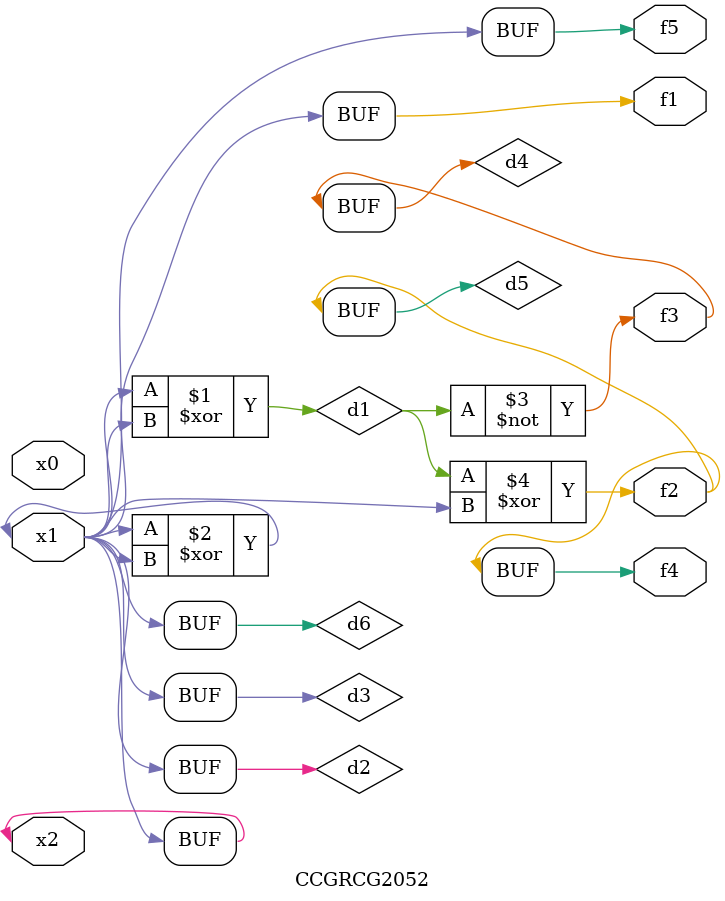
<source format=v>
module CCGRCG2052(
	input x0, x1, x2,
	output f1, f2, f3, f4, f5
);

	wire d1, d2, d3, d4, d5, d6;

	xor (d1, x1, x2);
	buf (d2, x1, x2);
	xor (d3, x1, x2);
	nor (d4, d1);
	xor (d5, d1, d2);
	buf (d6, d2, d3);
	assign f1 = d6;
	assign f2 = d5;
	assign f3 = d4;
	assign f4 = d5;
	assign f5 = d6;
endmodule

</source>
